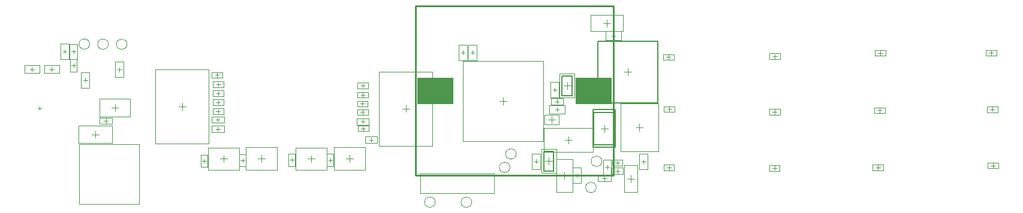
<source format=gbp>
G04*
G04 #@! TF.GenerationSoftware,Altium Limited,CircuitMaker,2.2.1 (2.2.1.6)*
G04*
G04 Layer_Color=16770453*
%FSLAX24Y24*%
%MOIN*%
G70*
G04*
G04 #@! TF.SameCoordinates,07040E79-6860-4804-BF28-05383503267E*
G04*
G04*
G04 #@! TF.FilePolarity,Positive*
G04*
G01*
G75*
%ADD11C,0.0039*%
%ADD13C,0.0100*%
%ADD14C,0.0079*%
%ADD15C,0.0059*%
%ADD17C,0.0050*%
%ADD18C,0.0020*%
%ADD113R,0.2000X0.1500*%
D11*
X4197Y3888D02*
X7544D01*
Y542D02*
Y3888D01*
X4197Y542D02*
X7544D01*
X4197D02*
Y3888D01*
X26015Y640D02*
G03*
X26015Y640I-295J0D01*
G01*
X33251Y2925D02*
G03*
X33251Y2925I-295J0D01*
G01*
X5818Y9449D02*
G03*
X5818Y9449I-295J0D01*
G01*
X6859Y9444D02*
G03*
X6859Y9444I-295J0D01*
G01*
X4780Y9454D02*
G03*
X4780Y9454I-295J0D01*
G01*
X28144Y2582D02*
G03*
X28144Y2582I-295J0D01*
G01*
X28494Y3332D02*
G03*
X28494Y3332I-295J0D01*
G01*
X32941Y1465D02*
G03*
X32941Y1465I-295J0D01*
G01*
X23988Y649D02*
G03*
X23988Y649I-295J0D01*
G01*
X4542Y7346D02*
Y7563D01*
X4434Y7455D02*
X4651D01*
X35147Y4818D02*
X35541D01*
X35344Y4621D02*
Y5015D01*
X19835Y6135D02*
X20051D01*
X19943Y6027D02*
Y6243D01*
X5983Y5913D02*
X6377D01*
X6180Y5717D02*
Y6110D01*
X14134Y3066D02*
X14528D01*
X14331Y2869D02*
Y3263D01*
X23154Y1127D02*
X27249D01*
Y2229D01*
X23154D02*
X27249D01*
X23154Y1127D02*
Y2229D01*
X27562Y6272D02*
X27956D01*
X27759Y6075D02*
Y6469D01*
X1573Y7947D02*
Y8163D01*
X1465Y8055D02*
X1681D01*
X2676Y7947D02*
Y8163D01*
X2567Y8055D02*
X2784D01*
X19965Y5027D02*
Y5243D01*
X19857Y5135D02*
X20074D01*
X20426Y4012D02*
Y4228D01*
X20317Y4120D02*
X20534D01*
X18047Y2987D02*
X18264D01*
X18155Y2879D02*
Y3095D01*
X15908Y3001D02*
X16125D01*
X16017Y2893D02*
Y3109D01*
X13173Y2978D02*
X13390D01*
X13281Y2870D02*
Y3087D01*
X11029Y2946D02*
X11246D01*
X11138Y2838D02*
Y3054D01*
X19218Y2866D02*
Y3260D01*
X19021Y3063D02*
X19414D01*
X17093Y2863D02*
Y3257D01*
X16897Y3060D02*
X17290D01*
X12228Y2865D02*
Y3259D01*
X12032Y3062D02*
X12425D01*
X11904Y5137D02*
Y5353D01*
X11796Y5245D02*
X12012D01*
X11909Y4612D02*
Y4829D01*
X11801Y4720D02*
X12017D01*
X22351Y5661D02*
Y6055D01*
X22154Y5858D02*
X22548D01*
X20874Y7925D02*
X23827D01*
X20874Y3791D02*
X23827D01*
X20874D02*
Y7925D01*
X23827Y3791D02*
Y7925D01*
X9922Y5775D02*
Y6169D01*
X9725Y5972D02*
X10119D01*
X8445Y3905D02*
X11398D01*
X8445Y8039D02*
X11398D01*
Y3905D02*
Y8039D01*
X8445Y3905D02*
Y8039D01*
X29492Y2925D02*
X29709D01*
X29600Y2816D02*
Y3033D01*
X30300Y2738D02*
Y3131D01*
X30104Y2935D02*
X30497D01*
X31876Y2037D02*
Y2253D01*
X31767Y2145D02*
X31984D01*
X30979Y2125D02*
X31373D01*
X31176Y1928D02*
Y2322D01*
X33278Y1975D02*
X33514D01*
X33396Y1857D02*
Y2093D01*
X33988Y2385D02*
X34244D01*
X34116Y2257D02*
Y2513D01*
X36983Y2452D02*
Y2688D01*
X36865Y2570D02*
X37101D01*
X33546Y2487D02*
Y2703D01*
X33437Y2595D02*
X33654D01*
X34007Y2845D02*
X34224D01*
X34116Y2737D02*
Y2953D01*
X34870Y1754D02*
Y2148D01*
X34673Y1951D02*
X35067D01*
X35576Y2786D02*
Y3002D01*
X35467Y2894D02*
X35684D01*
X33189Y4745D02*
X33583D01*
X33386Y4548D02*
Y4942D01*
X33536Y10418D02*
Y10812D01*
X33339Y10615D02*
X33733D01*
X37001Y5712D02*
Y5948D01*
X36883Y5830D02*
X37119D01*
X36956Y8617D02*
Y8853D01*
X36838Y8735D02*
X37074D01*
X42871Y8652D02*
Y8888D01*
X42753Y8770D02*
X42989D01*
X42849Y2426D02*
Y2662D01*
X42731Y2544D02*
X42967D01*
X42735Y5675D02*
X42972D01*
X42853Y5557D02*
Y5793D01*
X48690Y5642D02*
Y5878D01*
X48572Y5760D02*
X48809D01*
X48728Y8837D02*
Y9073D01*
X48610Y8955D02*
X48846D01*
X48606Y2457D02*
Y2693D01*
X48488Y2575D02*
X48724D01*
X54878Y2685D02*
X55114D01*
X54996Y2567D02*
Y2803D01*
X54835Y5815D02*
X55072D01*
X54953Y5697D02*
Y5933D01*
X54893Y8847D02*
Y9083D01*
X54775Y8965D02*
X55012D01*
X33791Y9923D02*
X34007D01*
X33899Y9815D02*
Y10032D01*
X34509Y7905D02*
X34903D01*
X34706Y7708D02*
Y8102D01*
X26066Y8877D02*
Y9093D01*
X25957Y8985D02*
X26174D01*
X11823Y6713D02*
X12040D01*
X11932Y6605D02*
Y6822D01*
X11832Y7213D02*
X12049D01*
X11940Y7105D02*
Y7322D01*
X11810Y5715D02*
X12026D01*
X11918Y5607D02*
Y5823D01*
X11812Y6203D02*
X12029D01*
X11921Y6094D02*
Y6311D01*
X11748Y7734D02*
X11964D01*
X11856Y7625D02*
Y7842D01*
X30259Y5252D02*
X30653D01*
X30456Y5055D02*
Y5448D01*
X19847Y6625D02*
X20063D01*
X19955Y6517D02*
Y6733D01*
X19845Y5665D02*
X20062D01*
X19953Y5557D02*
Y5773D01*
X5570Y5175D02*
X5806D01*
X5688Y5057D02*
Y5293D01*
X3886Y8930D02*
Y9146D01*
X3777Y9038D02*
X3994D01*
X30769Y6144D02*
Y6361D01*
X30661Y6252D02*
X30877D01*
X3778Y8265D02*
X3994D01*
X3886Y8157D02*
Y8373D01*
X19859Y7149D02*
X20076D01*
X19968Y7040D02*
Y7257D01*
X30531Y6902D02*
X30747D01*
X30639Y6794D02*
Y7011D01*
X6326Y8027D02*
X6542D01*
X6434Y7918D02*
Y8135D01*
X3396Y8927D02*
Y9143D01*
X3287Y9035D02*
X3504D01*
X31319Y6941D02*
Y7335D01*
X31122Y7138D02*
X31516D01*
X19877Y4750D02*
X20094D01*
X19985Y4642D02*
Y4858D01*
X25417Y8986D02*
X25634D01*
X25526Y8878D02*
Y9094D01*
X30768Y5694D02*
Y5911D01*
X30660Y5802D02*
X30876D01*
X5100Y4228D02*
Y4622D01*
X4904Y4425D02*
X5297D01*
D13*
X22887Y11584D02*
X33911D01*
Y2135D02*
Y11584D01*
X22887Y2135D02*
X33911D01*
X22887D02*
Y11584D01*
D14*
X32772Y3695D02*
X34000D01*
Y5795D01*
X32772D02*
X34000D01*
X32772Y3695D02*
Y5795D01*
D15*
X30576Y2385D02*
Y3485D01*
X30025Y2385D02*
X30576D01*
X30025D02*
Y3485D01*
X30576D01*
X31044Y6588D02*
Y7688D01*
X31595D01*
Y6588D02*
Y7688D01*
X31044Y6588D02*
X31595D01*
X32811Y3839D02*
X33961D01*
Y5650D01*
X32811D02*
X33961D01*
X32811Y3839D02*
Y5650D01*
D17*
X33033Y6192D02*
X36379D01*
X33033Y9618D02*
X36379D01*
X33033Y6192D02*
Y9618D01*
X36379Y6192D02*
Y9618D01*
D18*
X4306Y7022D02*
X4779D01*
X4306Y7888D02*
X4779D01*
X4306Y7022D02*
Y7888D01*
X4779Y7022D02*
Y7888D01*
X36388Y3480D02*
Y6157D01*
X34301Y3480D02*
Y6157D01*
X36388D01*
X34301Y3480D02*
X36388D01*
X19648Y5977D02*
Y6292D01*
X20238Y5977D02*
Y6292D01*
X19648D02*
X20238D01*
X19648Y5977D02*
X20238D01*
X5334Y5402D02*
Y6425D01*
X7027Y5402D02*
Y6425D01*
X5334D02*
X7027D01*
X5334Y5402D02*
X7027D01*
X13465Y2436D02*
Y3696D01*
X15197Y2436D02*
Y3696D01*
X13465D02*
X15197D01*
X13465Y2436D02*
X15197D01*
X30003Y4028D02*
Y8516D01*
X25515Y4028D02*
Y8516D01*
Y4028D02*
X30003D01*
X25515Y8516D02*
X30003D01*
X1160Y7838D02*
X1987D01*
X1160Y8271D02*
X1987D01*
Y7838D02*
Y8271D01*
X1160Y7838D02*
Y8271D01*
X2262Y8271D02*
X3089D01*
X2262Y7838D02*
X3089D01*
X2262D02*
Y8271D01*
X3089Y7838D02*
Y8271D01*
X19623Y4958D02*
X20307D01*
X19623Y5312D02*
X20307D01*
Y4958D02*
Y5312D01*
X19623Y4958D02*
Y5312D01*
X20084Y3943D02*
X20768D01*
X20084Y4297D02*
X20768D01*
Y3943D02*
Y4297D01*
X20084Y3943D02*
Y4297D01*
X18333Y2645D02*
Y3329D01*
X17978Y2645D02*
Y3329D01*
X18333D01*
X17978Y2645D02*
X18333D01*
X16194Y2659D02*
Y3343D01*
X15840Y2659D02*
Y3343D01*
X16194D01*
X15840Y2659D02*
X16194D01*
X13459Y2637D02*
Y3320D01*
X13104Y2637D02*
Y3320D01*
X13459D01*
X13104Y2637D02*
X13459D01*
X11315Y2604D02*
Y3288D01*
X10961Y2604D02*
Y3288D01*
X11315D01*
X10961Y2604D02*
X11315D01*
X18351Y2433D02*
X20084D01*
X18351Y3693D02*
X20084D01*
Y2433D02*
Y3693D01*
X18351Y2433D02*
Y3693D01*
X16227Y2430D02*
X17960D01*
X16227Y3690D02*
X17960D01*
Y2430D02*
Y3690D01*
X16227Y2430D02*
Y3690D01*
X11362Y2432D02*
X13094D01*
X11362Y3692D02*
X13094D01*
Y2432D02*
Y3692D01*
X11362Y2432D02*
Y3692D01*
X11562Y5422D02*
X12246D01*
X11562Y5068D02*
X12246D01*
X11562D02*
Y5422D01*
X12246Y5068D02*
Y5422D01*
X11567Y4897D02*
X12251D01*
X11567Y4543D02*
X12251D01*
X11567D02*
Y4897D01*
X12251Y4543D02*
Y4897D01*
X31201Y4113D02*
X31595D01*
X31398Y3916D02*
Y4310D01*
X32776Y3444D02*
Y4782D01*
X30020D02*
X32776D01*
X30020Y3444D02*
Y4782D01*
Y3444D02*
X32776D01*
X29364Y2492D02*
Y3358D01*
X29837Y2492D02*
Y3358D01*
X29364Y2492D02*
X29837D01*
X29364Y3358D02*
X29837D01*
X29887Y3604D02*
X30714D01*
X29887Y2265D02*
X30714D01*
Y3604D01*
X29887Y2265D02*
Y3604D01*
X31640Y2578D02*
X32112D01*
X31640Y1712D02*
X32112D01*
Y2578D01*
X31640Y1712D02*
Y2578D01*
X30723Y1219D02*
Y3030D01*
X31628Y1219D02*
Y3030D01*
X30723Y1219D02*
X31628D01*
X30723Y3030D02*
X31628D01*
X33750Y1798D02*
Y2152D01*
X33041Y1798D02*
Y2152D01*
Y1798D02*
X33750D01*
X33041Y2152D02*
X33750D01*
X34431Y2208D02*
Y2562D01*
X33801Y2208D02*
Y2562D01*
Y2208D02*
X34431D01*
X33801Y2562D02*
X34431D01*
X36688Y2412D02*
X37279D01*
X36688Y2727D02*
X37279D01*
Y2412D02*
Y2727D01*
X36688Y2412D02*
Y2727D01*
X33329Y2182D02*
X33762D01*
X33329Y3008D02*
X33762D01*
X33329Y2182D02*
Y3008D01*
X33762Y2182D02*
Y3008D01*
X33820Y2687D02*
Y3002D01*
X34411Y2687D02*
Y3002D01*
X33820D02*
X34411D01*
X33820Y2687D02*
X34411D01*
X34496Y1203D02*
X35244D01*
X34496Y2699D02*
X35244D01*
X34496Y1203D02*
Y2699D01*
X35244Y1203D02*
Y2699D01*
X35340Y2461D02*
X35812D01*
X35340Y3327D02*
X35812D01*
X35340Y2461D02*
Y3327D01*
X35812Y2461D02*
Y3327D01*
X32630Y11068D02*
X34441D01*
X32630Y10162D02*
X34441D01*
X32630D02*
Y11068D01*
X34441Y10162D02*
Y11068D01*
X36706Y5672D02*
X37296D01*
X36706Y5987D02*
X37296D01*
Y5672D02*
Y5987D01*
X36706Y5672D02*
Y5987D01*
X36660Y8577D02*
X37251D01*
X36660Y8892D02*
X37251D01*
Y8577D02*
Y8892D01*
X36660Y8577D02*
Y8892D01*
X42576Y8612D02*
X43166D01*
X42576Y8927D02*
X43166D01*
Y8612D02*
Y8927D01*
X42576Y8612D02*
Y8927D01*
X42553Y2387D02*
X43144D01*
X42553Y2702D02*
X43144D01*
Y2387D02*
Y2702D01*
X42553Y2387D02*
Y2702D01*
X42558Y5517D02*
Y5832D01*
X43149Y5517D02*
Y5832D01*
X42558D02*
X43149D01*
X42558Y5517D02*
X43149D01*
X48395Y5602D02*
X48986D01*
X48395Y5917D02*
X48986D01*
Y5602D02*
Y5917D01*
X48395Y5602D02*
Y5917D01*
X48433Y8797D02*
X49023D01*
X48433Y9112D02*
X49023D01*
Y8797D02*
Y9112D01*
X48433Y8797D02*
Y9112D01*
X48310Y2417D02*
X48901D01*
X48310Y2732D02*
X48901D01*
Y2417D02*
Y2732D01*
X48310Y2417D02*
Y2732D01*
X54700Y2527D02*
Y2842D01*
X55291Y2527D02*
Y2842D01*
X54700D02*
X55291D01*
X54700Y2527D02*
X55291D01*
X54658Y5657D02*
Y5972D01*
X55249Y5657D02*
Y5972D01*
X54658D02*
X55249D01*
X54658Y5657D02*
X55249D01*
X54598Y8807D02*
X55189D01*
X54598Y9122D02*
X55189D01*
Y8807D02*
Y9122D01*
X54598Y8807D02*
Y9122D01*
X34332Y9687D02*
Y10160D01*
X33466Y9687D02*
Y10160D01*
Y9687D02*
X34332D01*
X33466Y10160D02*
X34332D01*
X25830Y9418D02*
X26302D01*
X25830Y8552D02*
X26302D01*
Y9418D01*
X25830Y8552D02*
Y9418D01*
X12227Y6556D02*
Y6871D01*
X11636Y6556D02*
Y6871D01*
Y6556D02*
X12227D01*
X11636Y6871D02*
X12227D01*
X12236Y7056D02*
Y7371D01*
X11645Y7056D02*
Y7371D01*
Y7056D02*
X12236D01*
X11645Y7371D02*
X12236D01*
X12213Y5557D02*
Y5872D01*
X11623Y5557D02*
Y5872D01*
Y5557D02*
X12213D01*
X11623Y5872D02*
X12213D01*
X12216Y6045D02*
Y6360D01*
X11625Y6045D02*
Y6360D01*
Y6045D02*
X12216D01*
X11625Y6360D02*
X12216D01*
X12151Y7576D02*
Y7891D01*
X11561Y7576D02*
Y7891D01*
Y7576D02*
X12151D01*
X11561Y7891D02*
X12151D01*
X30860Y4986D02*
Y5517D01*
X30052Y4986D02*
Y5517D01*
Y4986D02*
X30860D01*
X30052Y5517D02*
X30860D01*
X19660Y6467D02*
Y6782D01*
X20250Y6467D02*
Y6782D01*
X19660D02*
X20250D01*
X19660Y6467D02*
X20250D01*
X19658Y5507D02*
Y5822D01*
X20249Y5507D02*
Y5822D01*
X19658D02*
X20249D01*
X19658Y5507D02*
X20249D01*
X6042Y4998D02*
Y5352D01*
X5333Y4998D02*
Y5352D01*
Y4998D02*
X6042D01*
X5333Y5352D02*
X6042D01*
X3669Y8625D02*
X4102D01*
X3669Y9451D02*
X4102D01*
X3669Y8625D02*
Y9451D01*
X4102Y8625D02*
Y9451D01*
X30427Y6429D02*
X31111D01*
X30427Y6075D02*
X31111D01*
X30427D02*
Y6429D01*
X31111Y6075D02*
Y6429D01*
X3709Y7923D02*
Y8607D01*
X4063Y7923D02*
Y8607D01*
X3709Y7923D02*
X4063D01*
X3709Y8607D02*
X4063D01*
X19672Y6991D02*
Y7306D01*
X20263Y6991D02*
Y7306D01*
X19672D02*
X20263D01*
X19672Y6991D02*
X20263D01*
X30875Y6469D02*
Y7335D01*
X30403Y6469D02*
Y7335D01*
X30875D01*
X30403Y6469D02*
X30875D01*
X6670Y7594D02*
Y8460D01*
X6198Y7594D02*
Y8460D01*
X6670D01*
X6198Y7594D02*
X6670D01*
X3160Y8602D02*
X3632D01*
X3160Y9468D02*
X3632D01*
X3160Y8602D02*
Y9468D01*
X3632Y8602D02*
Y9468D01*
X30906Y6469D02*
X31733D01*
X30906Y7807D02*
X31733D01*
X30906Y6469D02*
Y7807D01*
X31733Y6469D02*
Y7807D01*
X19690Y4593D02*
Y4907D01*
X20281Y4593D02*
Y4907D01*
X19690D02*
X20281D01*
X19690Y4593D02*
X20281D01*
X25762Y8553D02*
Y9419D01*
X25290Y8553D02*
Y9419D01*
X25762D01*
X25290Y8553D02*
X25762D01*
X30335Y5566D02*
X31201D01*
X30335Y6039D02*
X31201D01*
Y5566D02*
Y6039D01*
X30335Y5566D02*
Y6039D01*
X4156Y3952D02*
X6045D01*
X4156Y4897D02*
X6045D01*
Y3952D02*
Y4897D01*
X4156Y3952D02*
Y4897D01*
X1902Y5868D02*
X2099D01*
X2001Y5769D02*
Y5966D01*
D113*
X23999Y6859D02*
D03*
X32799D02*
D03*
M02*

</source>
